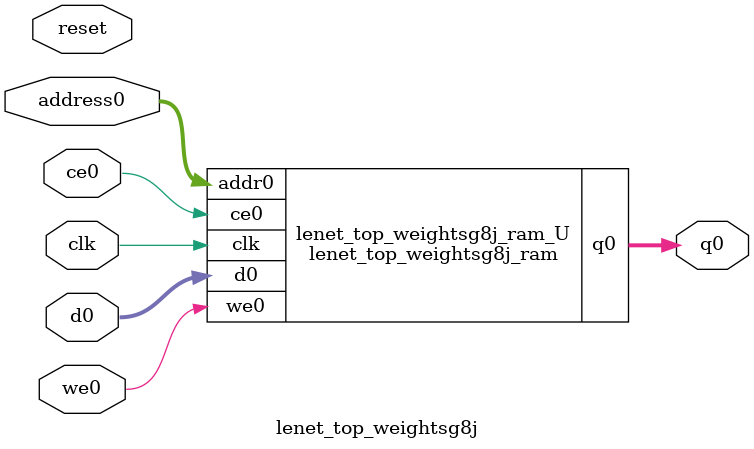
<source format=v>
`timescale 1 ns / 1 ps
module lenet_top_weightsg8j_ram (addr0, ce0, d0, we0, q0,  clk);

parameter DWIDTH = 32;
parameter AWIDTH = 12;
parameter MEM_SIZE = 2400;

input[AWIDTH-1:0] addr0;
input ce0;
input[DWIDTH-1:0] d0;
input we0;
output reg[DWIDTH-1:0] q0;
input clk;

(* ram_style = "block" *)reg [DWIDTH-1:0] ram[0:MEM_SIZE-1];




always @(posedge clk)  
begin 
    if (ce0) 
    begin
        if (we0) 
        begin 
            ram[addr0] <= d0; 
        end 
        q0 <= ram[addr0];
    end
end


endmodule

`timescale 1 ns / 1 ps
module lenet_top_weightsg8j(
    reset,
    clk,
    address0,
    ce0,
    we0,
    d0,
    q0);

parameter DataWidth = 32'd32;
parameter AddressRange = 32'd2400;
parameter AddressWidth = 32'd12;
input reset;
input clk;
input[AddressWidth - 1:0] address0;
input ce0;
input we0;
input[DataWidth - 1:0] d0;
output[DataWidth - 1:0] q0;



lenet_top_weightsg8j_ram lenet_top_weightsg8j_ram_U(
    .clk( clk ),
    .addr0( address0 ),
    .ce0( ce0 ),
    .we0( we0 ),
    .d0( d0 ),
    .q0( q0 ));

endmodule


</source>
